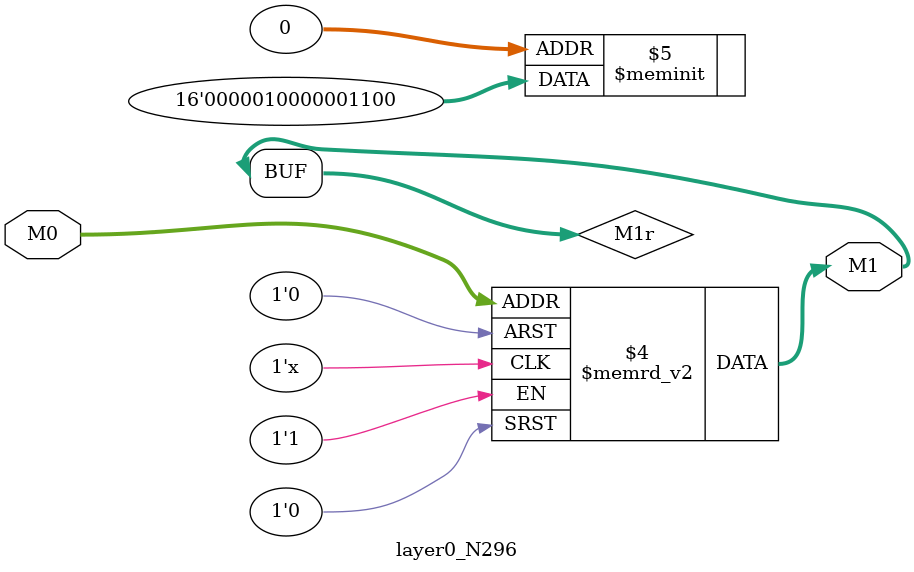
<source format=v>
module layer0_N296 ( input [2:0] M0, output [1:0] M1 );

	(*rom_style = "distributed" *) reg [1:0] M1r;
	assign M1 = M1r;
	always @ (M0) begin
		case (M0)
			3'b000: M1r = 2'b00;
			3'b100: M1r = 2'b00;
			3'b010: M1r = 2'b00;
			3'b110: M1r = 2'b00;
			3'b001: M1r = 2'b11;
			3'b101: M1r = 2'b01;
			3'b011: M1r = 2'b00;
			3'b111: M1r = 2'b00;

		endcase
	end
endmodule

</source>
